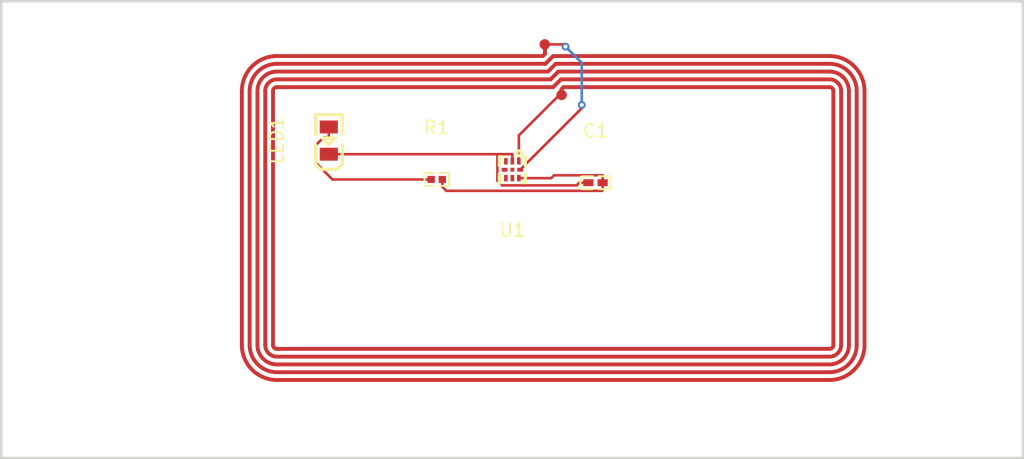
<source format=kicad_pcb>
(kicad_pcb (version 20240108) (generator "pcbnew") (generator_version "8.0")
  (layers (0 "F.Cu" signal) (31 "B.Cu" signal) (34 "B.Paste" user) (35 "F.Paste" user) (36 "B.SilkS" user "B.Silkscreen") (37 "F.SilkS" user "F.Silkscreen") (38 "B.Mask" user) (39 "F.Mask" user) (44 "Edge.Cuts" user))
  (net 0 "")
  (net 1 "Net-(U1-VOUT)")
  (net 2 "Net-(LED1--)")
  (net 3 "Net-(LED1-+)")
  (net 8 "Net-(U1-LA)")
  (net 9 "Net-(U1-LB)")
  (footprint "easyeda2kicad:25X48MM_NFC_ANTENNA" (layer "F.Cu") (at 140.0458 93.475)
    (property "Reference" "AE1" (hide yes))
    (property "Value" "Antenna_Loop")
    (fp_line (start -24 -9.8001) (end -24 9.8001) (stroke (width 0.3)) (layer "F.Cu"))
    (fp_line (start -23.4 -9.8001) (end -23.4 9.8001) (stroke (width 0.3)) (layer "F.Cu"))
    (fp_line (start -22.8001 -9.8001) (end -22.8001 9.8001) (stroke (width 0.3)) (layer "F.Cu"))
    (fp_line (start -22.1999 -9.8001) (end -22.1999 9.8001) (stroke (width 0.3)) (layer "F.Cu"))
    (fp_line (start -21.5999 -9.8001) (end -21.5999 9.8001) (stroke (width 0.3)) (layer "F.Cu"))
    (fp_line (start -21.2999 -11.8999) (end -0.5999 -11.8999) (stroke (width 0.3)) (layer "F.Cu"))
    (fp_line (start -21.2999 -11.3) (end -0.4 -11.3) (stroke (width 0.3)) (layer "F.Cu"))
    (fp_line (start -21.2999 -10.7) (end -0.1999 -10.7) (stroke (width 0.3)) (layer "F.Cu"))
    (fp_line (start -21.2999 -10.1001) (end 0 -10.1001) (stroke (width 0.3)) (layer "F.Cu"))
    (fp_line (start -21.2999 10.1001) (end 21.2999 10.1001) (stroke (width 0.3)) (layer "F.Cu"))
    (fp_line (start -21.2999 10.7) (end 21.2999 10.7) (stroke (width 0.3)) (layer "F.Cu"))
    (fp_line (start -21.2999 11.3) (end 21.2999 11.3) (stroke (width 0.3)) (layer "F.Cu"))
    (fp_line (start -21.2999 11.8999) (end 21.2999 11.8999) (stroke (width 0.3)) (layer "F.Cu"))
    (fp_line (start -21.2999 12.4998) (end 21.2999 12.4998) (stroke (width 0.3)) (layer "F.Cu"))
    (fp_line (start -0.8001 -12.5001) (end -21.2999 -12.5001) (stroke (width 0.3)) (layer "F.Cu"))
    (fp_line (start -0.635 -13.462) (end -0.635 -13.335) (stroke (width 0.3)) (layer "F.Cu"))
    (fp_line (start -0.635 -13.335) (end -0.635 -12.6649) (stroke (width 0.3)) (layer "F.Cu"))
    (fp_line (start -0.635 -12.6649) (end -0.8001 -12.5001) (stroke (width 0.3)) (layer "F.Cu"))
    (fp_line (start -0.5999 -11.8999) (end 0 -12.5001) (stroke (width 0.3)) (layer "F.Cu"))
    (fp_line (start -0.4 -11.3) (end 0.1999 -11.8999) (stroke (width 0.3)) (layer "F.Cu"))
    (fp_line (start -0.1999 -10.7) (end 0.4 -11.3) (stroke (width 0.3)) (layer "F.Cu"))
    (fp_line (start 0 -12.5001) (end 21.2999 -12.5001) (stroke (width 0.3)) (layer "F.Cu"))
    (fp_line (start 0 -10.1001) (end 0.5999 -10.7) (stroke (width 0.3)) (layer "F.Cu"))
    (fp_line (start 0.1999 -11.8999) (end 21.2999 -11.8999) (stroke (width 0.3)) (layer "F.Cu"))
    (fp_line (start 0.4 -11.3) (end 21.2999 -11.3) (stroke (width 0.3)) (layer "F.Cu"))
    (fp_line (start 0.5999 -10.7) (end 21.2999 -10.7) (stroke (width 0.3)) (layer "F.Cu"))
    (fp_line (start 0.635 -9.935) (end 0.635 -9.525) (stroke (width 0.3)) (layer "F.Cu"))
    (fp_line (start 0.8001 -10.1001) (end 0.635 -9.935) (stroke (width 0.3)) (layer "F.Cu"))
    (fp_line (start 21.2999 -10.1001) (end 0.8001 -10.1001) (stroke (width 0.3)) (layer "F.Cu"))
    (fp_line (start 21.5999 -9.8001) (end 21.5999 9.8001) (stroke (width 0.3)) (layer "F.Cu"))
    (fp_line (start 22.1999 -9.8001) (end 22.1999 9.8001) (stroke (width 0.3)) (layer "F.Cu"))
    (fp_line (start 22.8001 -9.8001) (end 22.8001 9.8001) (stroke (width 0.3)) (layer "F.Cu"))
    (fp_line (start 23.4 -9.8001) (end 23.4 9.8001) (stroke (width 0.3)) (layer "F.Cu"))
    (fp_line (start 24 -9.8001) (end 24 9.8001) (stroke (width 0.3)) (layer "F.Cu"))
    (fp_arc (start -24 -9.8001) (mid -23.209174 -11.709344) (end -21.2999 -12.5001) (stroke (width 0.3)) (layer "F.Cu"))
    (fp_arc (start -23.4 -9.8001) (mid -22.784789 -11.284901) (end -21.2999 -11.8999) (stroke (width 0.3)) (layer "F.Cu"))
    (fp_arc (start -22.8001 -9.8001) (mid -22.360683 -10.860796) (end -21.2999 -11.3) (stroke (width 0.3)) (layer "F.Cu"))
    (fp_arc (start -22.1999 -9.8001) (mid -21.936311 -10.436481) (end -21.2999 -10.7) (stroke (width 0.3)) (layer "F.Cu"))
    (fp_arc (start -21.5999 -9.8001) (mid -21.512032 -10.012232) (end -21.2999 -10.1001) (stroke (width 0.3)) (layer "F.Cu"))
    (fp_arc (start -21.2999 10.1001) (mid -21.512032 10.012232) (end -21.5999 9.8001) (stroke (width 0.3)) (layer "F.Cu"))
    (fp_arc (start -21.2999 10.7) (mid -21.93624 10.43641) (end -22.1999 9.8001) (stroke (width 0.3)) (layer "F.Cu"))
    (fp_arc (start -21.2999 11.3) (mid -22.360683 10.860796) (end -22.8001 9.8001) (stroke (width 0.3)) (layer "F.Cu"))
    (fp_arc (start -21.2999 11.8999) (mid -22.784789 11.284901) (end -23.4 9.8001) (stroke (width 0.3)) (layer "F.Cu"))
    (fp_arc (start -21.2999 12.5001) (mid -23.209103 11.709273) (end -24 9.8001) (stroke (width 0.3)) (layer "F.Cu"))
    (fp_arc (start 21.2999 -12.5001) (mid 23.209103 -11.709274) (end 24 -9.8001) (stroke (width 0.3)) (layer "F.Cu"))
    (fp_arc (start 21.2999 -11.8999) (mid 22.784789 -11.284901) (end 23.4 -9.8001) (stroke (width 0.3)) (layer "F.Cu"))
    (fp_arc (start 21.2999 -11.3) (mid 22.360683 -10.860796) (end 22.8001 -9.8001) (stroke (width 0.3)) (layer "F.Cu"))
    (fp_arc (start 21.2999 -10.7) (mid 21.936231 -10.436402) (end 22.1999 -9.8001) (stroke (width 0.3)) (layer "F.Cu"))
    (fp_arc (start 21.2999 -10.1001) (mid 21.512032 -10.012232) (end 21.5999 -9.8001) (stroke (width 0.3)) (layer "F.Cu"))
    (fp_arc (start 21.5999 9.8001) (mid 21.512032 10.012232) (end 21.2999 10.1001) (stroke (width 0.3)) (layer "F.Cu"))
    (fp_arc (start 22.1999 9.8001) (mid 21.936319 10.43649) (end 21.2999 10.7) (stroke (width 0.3)) (layer "F.Cu"))
    (fp_arc (start 22.8001 9.8001) (mid 22.360683 10.860796) (end 21.2999 11.3) (stroke (width 0.3)) (layer "F.Cu"))
    (fp_arc (start 23.4 9.8001) (mid 22.784789 11.284901) (end 21.2999 11.8999) (stroke (width 0.3)) (layer "F.Cu"))
    (fp_arc (start 24 9.8001) (mid 23.209173 11.709344) (end 21.2999 12.5001) (stroke (width 0.3)) (layer "F.Cu"))
    (pad "P$1" smd rect (at -0.635 -13.335 90) (size 0.7501 0.3) (layers "F.Cu" "F.Paste" "F.Mask"))
    (pad "P$2" smd oval (at 0.65 -9.5) (size 0.808 0.808) (layers "F.Cu" "F.Paste" "F.Mask"))
    (pad "P$4" smd oval (at -0.65 -13.4) (size 0.808 0.808) (layers "F.Cu" "F.Paste" "F.Mask"))
  )
  (footprint "easyeda2kicad:C0402" (layer "F.Cu") (at 143.31 90.75)
    (property "Reference" "C1" (at 0 -4 0) (layer "F.SilkS"))
    (property "Value" "220nF")
    (fp_line (start -1.17 0.35) (end -1.17 -0.35) (stroke (width 0.15)) (layer "F.SilkS"))
    (fp_line (start -1.02 -0.5) (end -0.23 -0.5) (stroke (width 0.15)) (layer "F.SilkS"))
    (fp_line (start -0.23 0.5) (end -1.02 0.5) (stroke (width 0.15)) (layer "F.SilkS"))
    (fp_line (start 0.23 0.5) (end 1.02 0.5) (stroke (width 0.15)) (layer "F.SilkS"))
    (fp_line (start 1.02 -0.5) (end 0.23 -0.5) (stroke (width 0.15)) (layer "F.SilkS"))
    (fp_line (start 1.17 0.35) (end 1.17 -0.35) (stroke (width 0.15)) (layer "F.SilkS"))
    (fp_arc (start -1.17 -0.35) (mid -1.126066 -0.456066) (end -1.02 -0.5) (stroke (width 0.15)) (layer "F.SilkS"))
    (fp_arc (start -1.02 0.5) (mid -1.126066 0.456066) (end -1.17 0.35) (stroke (width 0.15)) (layer "F.SilkS"))
    (fp_arc (start 1.02 -0.5) (mid 1.126066 -0.456066) (end 1.17 -0.35) (stroke (width 0.15)) (layer "F.SilkS"))
    (fp_arc (start 1.17 0.35) (mid 1.126066 0.456066) (end 1.02 0.5) (stroke (width 0.15)) (layer "F.SilkS"))
    (pad "1" smd rect (at -0.55 0) (size 0.79 0.54) (layers "F.Cu" "F.Paste" "F.Mask") (net 2 "Net-(LED1--)"))
    (pad "2" smd rect (at 0.55 0) (size 0.79 0.54) (layers "F.Cu" "F.Paste" "F.Mask") (net 1 "Net-(U1-VOUT)"))
  )
  (footprint "easyeda2kicad:LED0805-R-RD" (layer "F.Cu") (at 122.75 87.5 90)
    (property "Reference" "LED1" (at 0 -4 90) (layer "F.SilkS"))
    (property "Value" "17-21SUYC/TR8")
    (fp_line (start 2 -1.02) (end 0.45 -1.02) (stroke (width 0.25)) (layer "F.SilkS"))
    (fp_line (start -1.84 -1.02) (end -0.32 -1.02) (stroke (width 0.25)) (layer "F.SilkS"))
    (fp_line (start -2.22 -0.64) (end -1.84 -1.02) (stroke (width 0.25)) (layer "F.SilkS"))
    (fp_line (start 0.2 -0.5) (end -0.2 -0.1) (stroke (width 0.25)) (layer "F.SilkS"))
    (fp_line (start 0.2 -0.5) (end 0.2 0.5) (stroke (width 0.25)) (layer "F.SilkS"))
    (fp_line (start -0.2 -0.1) (end -0.3 0) (stroke (width 0.25)) (layer "F.SilkS"))
    (fp_line (start -0.3 0) (end -0.2 0.1) (stroke (width 0.25)) (layer "F.SilkS"))
    (fp_line (start -0.2 0.1) (end 0.2 0.5) (stroke (width 0.25)) (layer "F.SilkS"))
    (fp_line (start -2.22 0.63) (end -2.22 -0.64) (stroke (width 0.25)) (layer "F.SilkS"))
    (fp_line (start 2 1.02) (end 2 -1.02) (stroke (width 0.25)) (layer "F.SilkS"))
    (fp_line (start 0.45 1.02) (end 2 1.02) (stroke (width 0.25)) (layer "F.SilkS"))
    (fp_line (start -0.34 1.04) (end -1.81 1.04) (stroke (width 0.25)) (layer "F.SilkS"))
    (fp_line (start -1.81 1.04) (end -2.22 0.63) (stroke (width 0.25)) (layer "F.SilkS"))
    (pad "1" smd rect (at 1.05 0 270) (size 1 1.4) (layers "F.Cu" "F.Paste" "F.Mask") (net 3 "Net-(LED1-+)"))
    (pad "2" smd rect (at -1.05 0 270) (size 1 1.4) (layers "F.Cu" "F.Paste" "F.Mask") (net 2 "Net-(LED1--)"))
  )
  (footprint "easyeda2kicad:R0402" (layer "F.Cu") (at 131.07 90.5)
    (property "Reference" "R1" (at 0 -4 0) (layer "F.SilkS"))
    (property "Value" "47")
    (fp_line (start -0.94 -0.5) (end -0.23 -0.5) (stroke (width 0.15)) (layer "F.SilkS"))
    (fp_line (start -0.94 0.5) (end -0.94 -0.5) (stroke (width 0.15)) (layer "F.SilkS"))
    (fp_line (start -0.23 0.5) (end -0.94 0.5) (stroke (width 0.15)) (layer "F.SilkS"))
    (fp_line (start 0.23 0.5) (end 0.94 0.5) (stroke (width 0.15)) (layer "F.SilkS"))
    (fp_line (start 0.94 -0.5) (end 0.23 -0.5) (stroke (width 0.15)) (layer "F.SilkS"))
    (fp_line (start 0.94 0.5) (end 0.94 -0.5) (stroke (width 0.15)) (layer "F.SilkS"))
    (pad "1" smd rect (at -0.43 0) (size 0.57 0.54) (layers "F.Cu" "F.Paste" "F.Mask") (net 3 "Net-(LED1-+)"))
    (pad "2" smd rect (at 0.43 0) (size 0.57 0.54) (layers "F.Cu" "F.Paste" "F.Mask") (net 1 "Net-(U1-VOUT)"))
  )
  (footprint "easyeda2kicad:XQFN-8_L1.6-W1.6-P0.50-BL" (layer "F.Cu") (at 136.9 89.75 180)
    (property "Reference" "U1" (at 0 -4.65 0) (layer "F.SilkS"))
    (property "Value" "NT3H2111W0FHKH")
    (fp_line (start 1 1) (end 0.86 1) (stroke (width 0.25)) (layer "F.SilkS"))
    (fp_line (start 1 0.32) (end 1 1) (stroke (width 0.25)) (layer "F.SilkS"))
    (fp_line (start 1 -1) (end 1 -0.33) (stroke (width 0.25)) (layer "F.SilkS"))
    (fp_line (start 0.86 -1) (end 1 -1) (stroke (width 0.25)) (layer "F.SilkS"))
    (fp_line (start -0.86 1) (end -1 1) (stroke (width 0.25)) (layer "F.SilkS"))
    (fp_line (start -1 1) (end -1 0.32) (stroke (width 0.25)) (layer "F.SilkS"))
    (fp_line (start -1 -0.33) (end -1 -1) (stroke (width 0.25)) (layer "F.SilkS"))
    (fp_line (start -1 -1) (end -0.86 -1) (stroke (width 0.25)) (layer "F.SilkS"))
    (fp_circle (center -0.51 1.27) (end -0.45 1.27) (stroke (width 0.25)) (fill none) (layer "F.SilkS"))
    (pad "1" smd rect (at -0.5 0.65 270) (size 0.5 0.28) (layers "F.Cu" "F.Paste" "F.Mask") (net 8 "Net-(U1-LA)"))
    (pad "2" smd rect (at 0 0.65 270) (size 0.5 0.28) (layers "F.Cu" "F.Paste" "F.Mask") (net 2 "Net-(LED1--)"))
    (pad "3" smd rect (at 0.5 0.65 270) (size 0.5 0.28) (layers "F.Cu" "F.Paste" "F.Mask"))
    (pad "4" smd rect (at 0.6 0) (size 0.45 0.3) (layers "F.Cu" "F.Paste" "F.Mask"))
    (pad "5" smd rect (at 0.5 -0.65 270) (size 0.5 0.28) (layers "F.Cu" "F.Paste" "F.Mask"))
    (pad "6" smd rect (at 0 -0.65 270) (size 0.5 0.28) (layers "F.Cu" "F.Paste" "F.Mask"))
    (pad "7" smd rect (at -0.5 -0.65 270) (size 0.5 0.28) (layers "F.Cu" "F.Paste" "F.Mask") (net 1 "Net-(U1-VOUT)"))
    (pad "8" smd rect (at -0.6 0) (size 0.45 0.3) (layers "F.Cu" "F.Paste" "F.Mask") (net 9 "Net-(U1-LB)"))
    (pad "9" smd rect (at 0 0) (size 0.3 0.3) (layers "F.Cu" "F.Paste" "F.Mask"))
  )
  (gr_rect (start 97.5 76.75) (end 176.25 112) (stroke (width 0.2)) (fill none) (layer "Edge.Cuts"))
  (segment (start 143.86 90.75) (end 143.86 90.1783) (width 0.2) (layer "F.Cu") (net 1))
  (segment (start 139.8927 90.4) (end 137.4 90.4) (width 0.2) (layer "F.Cu") (net 1))
  (segment (start 143.86 90.935) (end 143.86 91.3217) (width 0.2) (layer "F.Cu") (net 1))
  (segment (start 143.86 90.935) (end 143.86 90.75) (width 0.2) (layer "F.Cu") (net 1))
  (segment (start 143.86 90.1783) (end 140.1144 90.1783) (width 0.2) (layer "F.Cu") (net 1))
  (segment (start 131.5 90.5) (end 131.5 91.0717) (width 0.2) (layer "F.Cu") (net 1))
  (segment (start 143.86 91.3217) (end 143.8045 91.3772) (width 0.2) (layer "F.Cu") (net 1))
  (segment (start 131.8055 91.3772) (end 131.5 91.0717) (width 0.2) (layer "F.Cu") (net 1))
  (segment (start 140.1144 90.1783) (end 139.8927 90.4) (width 0.2) (layer "F.Cu") (net 1))
  (segment (start 143.8045 91.3772) (end 131.8055 91.3772) (width 0.2) (layer "F.Cu") (net 1))
  (segment (start 136.1142 90.9558) (end 135.7486 90.5902) (width 0.2) (layer "F.Cu") (net 2))
  (segment (start 142.0633 90.75) (end 141.8575 90.9558) (width 0.2) (layer "F.Cu") (net 2))
  (segment (start 122.75 88.55) (end 135.7486 88.55) (width 0.2) (layer "F.Cu") (net 2))
  (segment (start 136.9 88.5483) (end 135.7503 88.5483) (width 0.2) (layer "F.Cu") (net 2))
  (segment (start 135.7486 90.5902) (end 135.7486 88.55) (width 0.2) (layer "F.Cu") (net 2))
  (segment (start 136.9 89.1) (end 136.9 88.5483) (width 0.2) (layer "F.Cu") (net 2))
  (segment (start 135.7503 88.5483) (end 135.7486 88.55) (width 0.2) (layer "F.Cu") (net 2))
  (segment (start 141.8575 90.9558) (end 136.1142 90.9558) (width 0.2) (layer "F.Cu") (net 2))
  (segment (start 142.76 90.75) (end 142.0633 90.75) (width 0.2) (layer "F.Cu") (net 2))
  (segment (start 130.64 90.5) (end 123.0302 90.5) (width 0.2) (layer "F.Cu") (net 3))
  (segment (start 121.7483 87.8526) (end 122.3492 87.2517) (width 0.2) (layer "F.Cu") (net 3))
  (segment (start 121.7483 89.2181) (end 121.7483 87.8526) (width 0.2) (layer "F.Cu") (net 3))
  (segment (start 123.0302 90.5) (end 121.7483 89.2181) (width 0.2) (layer "F.Cu") (net 3))
  (segment (start 122.75 86.45) (end 122.75 87.2517) (width 0.2) (layer "F.Cu") (net 3))
  (segment (start 122.3492 87.2517) (end 122.75 87.2517) (width 0.2) (layer "F.Cu") (net 3))
  (segment (start 140.5 84) (end 141 84) (width 0.2) (layer "F.Cu") (net 8))
  (segment (start 137.4 87.1) (end 140.5 84) (width 0.2) (layer "F.Cu") (net 8))
  (segment (start 137.4 89.1) (end 137.4 87.1) (width 0.2) (layer "F.Cu") (net 8))
  (segment (start 142.25 85) (end 142.25 84.75) (width 0.2) (layer "F.Cu") (net 9))
  (segment (start 139.396 80.0751) (end 140.825 80.0751) (width 0.2) (layer "F.Cu") (net 9))
  (segment (start 140.825 80.0751) (end 141 80.25) (width 0.2) (layer "F.Cu") (net 9))
  (segment (start 137.5 89.75) (end 142.25 85) (width 0.2) (layer "F.Cu") (net 9))
  (via (at 142.25 84.75) (size 0.6) (drill 0.3) (layers "F.Cu" "B.Cu") (net 9))
  (via (at 141 80.25) (size 0.6) (drill 0.3) (layers "F.Cu" "B.Cu") (net 9))
  (segment (start 142.25 81.5) (end 141 80.25) (width 0.2) (layer "B.Cu") (net 9))
  (segment (start 142.25 84.75) (end 142.25 81.5) (width 0.2) (layer "B.Cu") (net 9))
)
</source>
